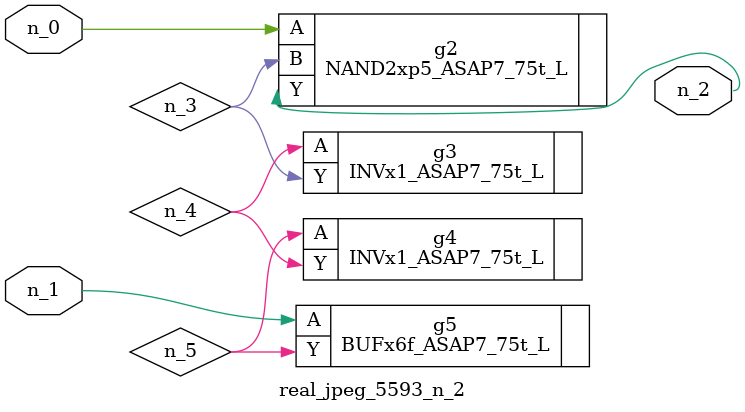
<source format=v>
module real_jpeg_5593_n_2 (n_1, n_0, n_2);

input n_1;
input n_0;

output n_2;

wire n_5;
wire n_4;
wire n_3;

NAND2xp5_ASAP7_75t_L g2 ( 
.A(n_0),
.B(n_3),
.Y(n_2)
);

BUFx6f_ASAP7_75t_L g5 ( 
.A(n_1),
.Y(n_5)
);

INVx1_ASAP7_75t_L g3 ( 
.A(n_4),
.Y(n_3)
);

INVx1_ASAP7_75t_L g4 ( 
.A(n_5),
.Y(n_4)
);


endmodule
</source>
